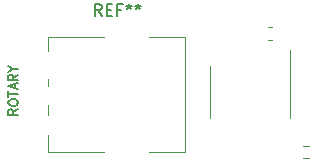
<source format=gbr>
%TF.GenerationSoftware,KiCad,Pcbnew,7.0.10*%
%TF.CreationDate,2024-06-25T16:53:40+01:00*%
%TF.ProjectId,REPLICATE_glue_potentiometer,5245504c-4943-4415-9445-5f676c75655f,rev?*%
%TF.SameCoordinates,Original*%
%TF.FileFunction,Legend,Top*%
%TF.FilePolarity,Positive*%
%FSLAX46Y46*%
G04 Gerber Fmt 4.6, Leading zero omitted, Abs format (unit mm)*
G04 Created by KiCad (PCBNEW 7.0.10) date 2024-06-25 16:53:40*
%MOMM*%
%LPD*%
G01*
G04 APERTURE LIST*
%ADD10C,0.150000*%
%ADD11C,0.120000*%
G04 APERTURE END LIST*
D10*
X18294295Y-36503696D02*
X17913342Y-36770363D01*
X18294295Y-36960839D02*
X17494295Y-36960839D01*
X17494295Y-36960839D02*
X17494295Y-36656077D01*
X17494295Y-36656077D02*
X17532390Y-36579887D01*
X17532390Y-36579887D02*
X17570485Y-36541792D01*
X17570485Y-36541792D02*
X17646676Y-36503696D01*
X17646676Y-36503696D02*
X17760961Y-36503696D01*
X17760961Y-36503696D02*
X17837152Y-36541792D01*
X17837152Y-36541792D02*
X17875247Y-36579887D01*
X17875247Y-36579887D02*
X17913342Y-36656077D01*
X17913342Y-36656077D02*
X17913342Y-36960839D01*
X17494295Y-36008458D02*
X17494295Y-35856077D01*
X17494295Y-35856077D02*
X17532390Y-35779887D01*
X17532390Y-35779887D02*
X17608580Y-35703696D01*
X17608580Y-35703696D02*
X17760961Y-35665601D01*
X17760961Y-35665601D02*
X18027628Y-35665601D01*
X18027628Y-35665601D02*
X18180009Y-35703696D01*
X18180009Y-35703696D02*
X18256200Y-35779887D01*
X18256200Y-35779887D02*
X18294295Y-35856077D01*
X18294295Y-35856077D02*
X18294295Y-36008458D01*
X18294295Y-36008458D02*
X18256200Y-36084649D01*
X18256200Y-36084649D02*
X18180009Y-36160839D01*
X18180009Y-36160839D02*
X18027628Y-36198935D01*
X18027628Y-36198935D02*
X17760961Y-36198935D01*
X17760961Y-36198935D02*
X17608580Y-36160839D01*
X17608580Y-36160839D02*
X17532390Y-36084649D01*
X17532390Y-36084649D02*
X17494295Y-36008458D01*
X17494295Y-35437030D02*
X17494295Y-34979887D01*
X18294295Y-35208459D02*
X17494295Y-35208459D01*
X18065723Y-34751316D02*
X18065723Y-34370363D01*
X18294295Y-34827506D02*
X17494295Y-34560839D01*
X17494295Y-34560839D02*
X18294295Y-34294173D01*
X18294295Y-33570363D02*
X17913342Y-33837030D01*
X18294295Y-34027506D02*
X17494295Y-34027506D01*
X17494295Y-34027506D02*
X17494295Y-33722744D01*
X17494295Y-33722744D02*
X17532390Y-33646554D01*
X17532390Y-33646554D02*
X17570485Y-33608459D01*
X17570485Y-33608459D02*
X17646676Y-33570363D01*
X17646676Y-33570363D02*
X17760961Y-33570363D01*
X17760961Y-33570363D02*
X17837152Y-33608459D01*
X17837152Y-33608459D02*
X17875247Y-33646554D01*
X17875247Y-33646554D02*
X17913342Y-33722744D01*
X17913342Y-33722744D02*
X17913342Y-34027506D01*
X17913342Y-33075125D02*
X18294295Y-33075125D01*
X17494295Y-33341792D02*
X17913342Y-33075125D01*
X17913342Y-33075125D02*
X17494295Y-32808459D01*
X25376666Y-28614819D02*
X25043333Y-28138628D01*
X24805238Y-28614819D02*
X24805238Y-27614819D01*
X24805238Y-27614819D02*
X25186190Y-27614819D01*
X25186190Y-27614819D02*
X25281428Y-27662438D01*
X25281428Y-27662438D02*
X25329047Y-27710057D01*
X25329047Y-27710057D02*
X25376666Y-27805295D01*
X25376666Y-27805295D02*
X25376666Y-27948152D01*
X25376666Y-27948152D02*
X25329047Y-28043390D01*
X25329047Y-28043390D02*
X25281428Y-28091009D01*
X25281428Y-28091009D02*
X25186190Y-28138628D01*
X25186190Y-28138628D02*
X24805238Y-28138628D01*
X25805238Y-28091009D02*
X26138571Y-28091009D01*
X26281428Y-28614819D02*
X25805238Y-28614819D01*
X25805238Y-28614819D02*
X25805238Y-27614819D01*
X25805238Y-27614819D02*
X26281428Y-27614819D01*
X27043333Y-28091009D02*
X26710000Y-28091009D01*
X26710000Y-28614819D02*
X26710000Y-27614819D01*
X26710000Y-27614819D02*
X27186190Y-27614819D01*
X27710000Y-27614819D02*
X27710000Y-27852914D01*
X27471905Y-27757676D02*
X27710000Y-27852914D01*
X27710000Y-27852914D02*
X27948095Y-27757676D01*
X27567143Y-28043390D02*
X27710000Y-27852914D01*
X27710000Y-27852914D02*
X27852857Y-28043390D01*
X28471905Y-27614819D02*
X28471905Y-27852914D01*
X28233810Y-27757676D02*
X28471905Y-27852914D01*
X28471905Y-27852914D02*
X28710000Y-27757676D01*
X28329048Y-28043390D02*
X28471905Y-27852914D01*
X28471905Y-27852914D02*
X28614762Y-28043390D01*
D11*
%TO.C,R1*%
X42462742Y-39627500D02*
X42937258Y-39627500D01*
X42462742Y-40672500D02*
X42937258Y-40672500D01*
%TO.C,C1*%
X39790580Y-30610000D02*
X39509420Y-30610000D01*
X39790580Y-29590000D02*
X39509420Y-29590000D01*
%TO.C,U1*%
X41360000Y-35062500D02*
X41360000Y-31462500D01*
X41360000Y-35062500D02*
X41360000Y-37262500D01*
X34590000Y-35062500D02*
X34590000Y-32862500D01*
X34590000Y-35062500D02*
X34590000Y-37262500D01*
%TO.C,REF\u002A\u002A*%
X20880000Y-30420000D02*
X25600000Y-30420000D01*
X20880000Y-31610000D02*
X20880000Y-30430000D01*
X20880000Y-34510000D02*
X20880000Y-33980000D01*
X20880000Y-36960000D02*
X20880000Y-36130000D01*
X20880000Y-40170000D02*
X20880000Y-38680000D01*
X20880000Y-40170000D02*
X25600000Y-40170000D01*
X29410000Y-30430000D02*
X32470000Y-30430000D01*
X29410000Y-40170000D02*
X32470000Y-40170000D01*
X32470000Y-40170000D02*
X32470000Y-30430000D01*
%TD*%
M02*

</source>
